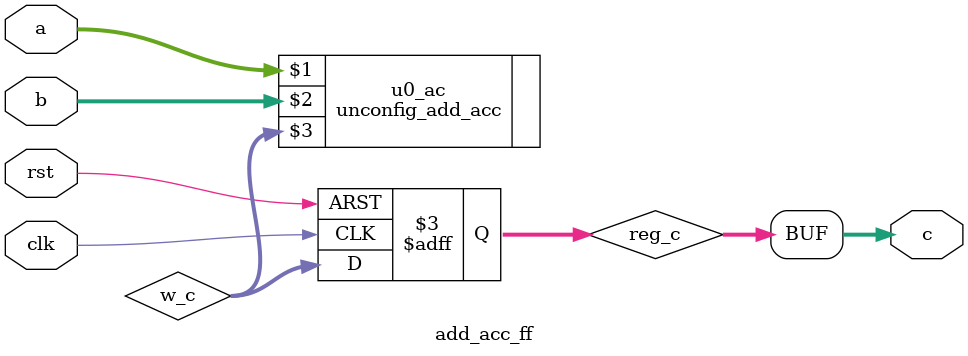
<source format=v>
`timescale 1ns/1ps

module add_acc_ff(
 clk,
 rst,
 a,
 b,
 c
);

//parameter BT_RND = 0
parameter BWOP = 32;

input clk;
input rst;
input [BWOP-1:0] a;
input [BWOP-1:0] b;
output [BWOP-1:0] c;

reg [BWOP-1:0]  reg_c;
wire [BWOP-1:0]  w_c;
unconfig_add_acc #(BWOP) u0_ac (a, b, w_c);

always @(posedge clk or negedge rst)
begin
  if (~rst)
  begin
    reg_c <= #1 0;
  end
  else 
  begin
    reg_c <= #1 w_c;
  end
end

assign c = reg_c;

endmodule


</source>
